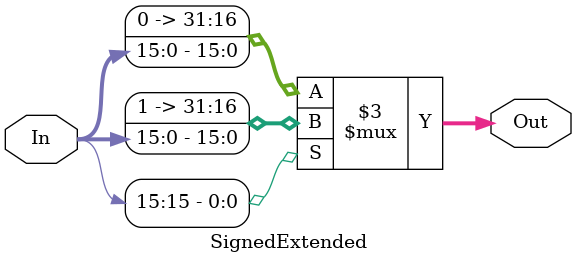
<source format=v>
module SignedExtended(input [15:0]In, 
                      output reg [31:0]Out);
    always@ (*)
        if(In[15])
            Out <= {16'b1111111111111111, In};
        else
            Out <= {16'b0, In};
endmodule



</source>
